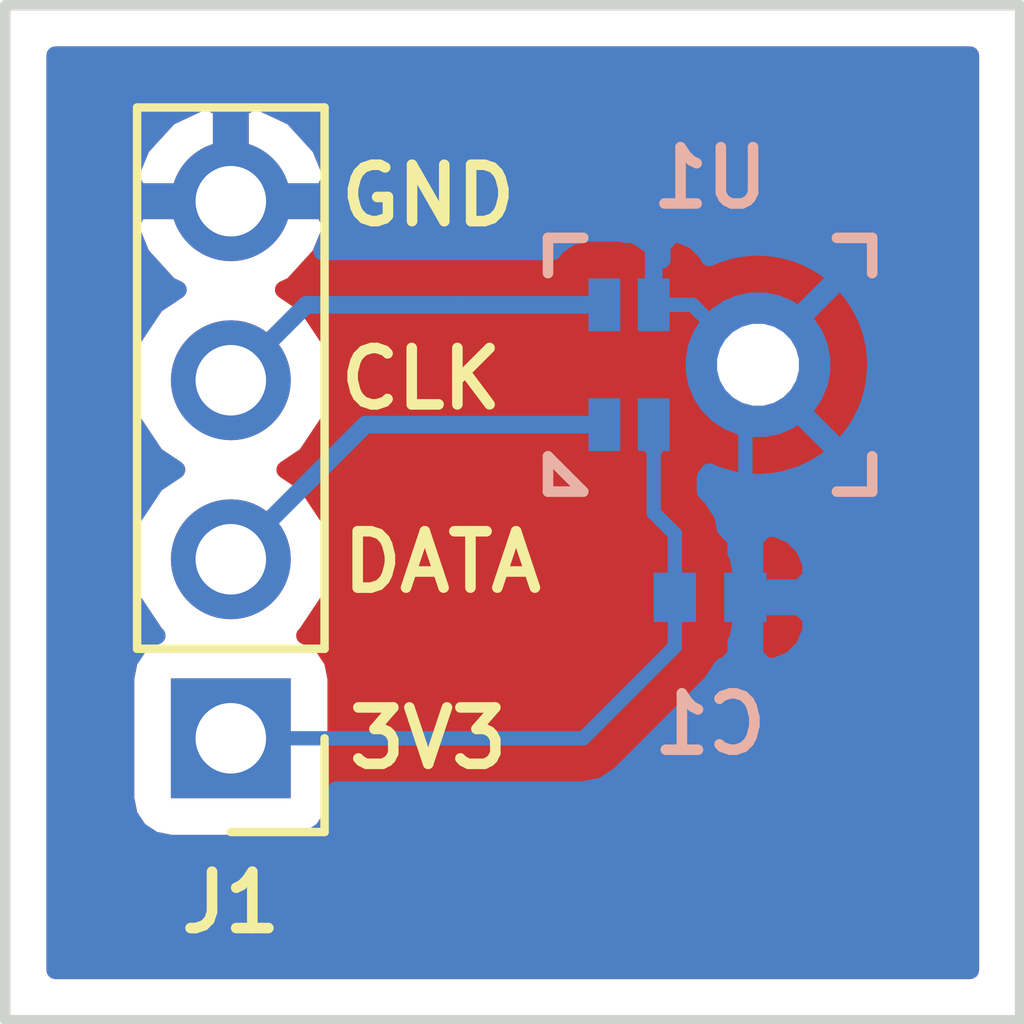
<source format=kicad_pcb>
(kicad_pcb (version 20171130) (host pcbnew "(2018-01-21 revision 6b9866de8)-makepkg")

  (general
    (thickness 1.6)
    (drawings 8)
    (tracks 20)
    (zones 0)
    (modules 3)
    (nets 5)
  )

  (page A4)
  (layers
    (0 F.Cu signal)
    (31 B.Cu signal)
    (32 B.Adhes user)
    (33 F.Adhes user)
    (34 B.Paste user)
    (35 F.Paste user)
    (36 B.SilkS user)
    (37 F.SilkS user)
    (38 B.Mask user)
    (39 F.Mask user)
    (40 Dwgs.User user)
    (41 Cmts.User user)
    (42 Eco1.User user)
    (43 Eco2.User user)
    (44 Edge.Cuts user)
    (45 Margin user)
    (46 B.CrtYd user)
    (47 F.CrtYd user)
    (48 B.Fab user)
    (49 F.Fab user)
  )

  (setup
    (last_trace_width 0.2032)
    (trace_clearance 0.1524)
    (zone_clearance 0.508)
    (zone_45_only no)
    (trace_min 0.2)
    (segment_width 0.2)
    (edge_width 0.15)
    (via_size 0.8)
    (via_drill 0.4)
    (via_min_size 0.4)
    (via_min_drill 0.3)
    (uvia_size 0.3)
    (uvia_drill 0.1)
    (uvias_allowed no)
    (uvia_min_size 0.2)
    (uvia_min_drill 0.1)
    (pcb_text_width 0.15)
    (pcb_text_size 0.8 0.8)
    (mod_edge_width 0.15)
    (mod_text_size 0.8 0.8)
    (mod_text_width 0.15)
    (pad_size 2.06 2.06)
    (pad_drill 0.8)
    (pad_to_mask_clearance 0.075)
    (pad_to_paste_clearance -0.025)
    (aux_axis_origin 0 0)
    (visible_elements 7FFDFFFF)
    (pcbplotparams
      (layerselection 0x010fc_ffffffff)
      (usegerberextensions true)
      (usegerberattributes false)
      (usegerberadvancedattributes false)
      (creategerberjobfile false)
      (excludeedgelayer true)
      (linewidth 0.100000)
      (plotframeref false)
      (viasonmask false)
      (mode 1)
      (useauxorigin false)
      (hpglpennumber 1)
      (hpglpenspeed 20)
      (hpglpendiameter 15)
      (psnegative false)
      (psa4output false)
      (plotreference true)
      (plotvalue false)
      (plotinvisibletext false)
      (padsonsilk false)
      (subtractmaskfromsilk false)
      (outputformat 1)
      (mirror false)
      (drillshape 0)
      (scaleselection 1)
      (outputdirectory gbr))
  )

  (net 0 "")
  (net 1 GND)
  (net 2 +3V3)
  (net 3 /DATA)
  (net 4 /CLK)

  (net_class Default "This is the default net class."
    (clearance 0.1524)
    (trace_width 0.2032)
    (via_dia 0.8)
    (via_drill 0.4)
    (uvia_dia 0.3)
    (uvia_drill 0.1)
    (add_net +3V3)
    (add_net /CLK)
    (add_net /DATA)
    (add_net GND)
  )

  (module custom_lib:IM69D130_Simic_uPhone (layer B.Cu) (tedit 5B232AE3) (tstamp 5B19DFF9)
    (at 153.3 96.4)
    (path /5B0DA978)
    (fp_text reference U1 (at 0 -2.65) (layer B.SilkS)
      (effects (font (size 0.8 0.8) (thickness 0.15)) (justify mirror))
    )
    (fp_text value Simic_Infineon (at 0 -7.3) (layer B.Fab)
      (effects (font (size 0.8 0.8) (thickness 0.15)) (justify mirror))
    )
    (fp_circle (center 0.68 0) (end -0.125 0) (layer B.Mask) (width 0.45))
    (fp_arc (start 0.68 0) (end -0.125 0) (angle -20) (layer B.Paste) (width 0.45))
    (fp_arc (start 0.68 0) (end 0.2775 -0.69715) (angle -20) (layer B.Paste) (width 0.45))
    (fp_arc (start 0.68 0) (end 1.0825 -0.69715) (angle -20) (layer B.Paste) (width 0.45))
    (fp_arc (start 0.68 0) (end 1.485 0) (angle -20) (layer B.Paste) (width 0.45))
    (fp_arc (start 0.68 0) (end 1.0825 0.69715) (angle -20) (layer B.Paste) (width 0.45))
    (fp_arc (start 0.68 0) (end 0.2775 0.69715) (angle -20) (layer B.Paste) (width 0.45))
    (fp_line (start -2 -1.5) (end -2 1.5) (layer B.Fab) (width 0.15))
    (fp_line (start 2 -1.5) (end -2 -1.5) (layer B.Fab) (width 0.15))
    (fp_line (start 2 1.5) (end 2 -1.5) (layer B.Fab) (width 0.15))
    (fp_line (start -2 1.5) (end 2 1.5) (layer B.Fab) (width 0.15))
    (fp_line (start -2.2 -1.7) (end -2.2 1.7) (layer B.CrtYd) (width 0.15))
    (fp_line (start 2.2 -1.7) (end -2.2 -1.7) (layer B.CrtYd) (width 0.15))
    (fp_line (start 2.2 1.7) (end 2.2 -1.7) (layer B.CrtYd) (width 0.15))
    (fp_line (start -2.2 1.7) (end 2.2 1.7) (layer B.CrtYd) (width 0.15))
    (fp_line (start -2.3 1.8) (end -1.8 1.8) (layer B.SilkS) (width 0.15))
    (fp_line (start -2.3 1.3) (end -2.3 1.8) (layer B.SilkS) (width 0.15))
    (fp_line (start 2.3 1.8) (end 1.8 1.8) (layer B.SilkS) (width 0.15))
    (fp_line (start 2.3 1.8) (end 2.3 1.3) (layer B.SilkS) (width 0.15))
    (fp_line (start 2.3 -1.8) (end 2.3 -1.3) (layer B.SilkS) (width 0.15))
    (fp_line (start 2.3 -1.8) (end 1.8 -1.8) (layer B.SilkS) (width 0.15))
    (fp_line (start -2.3 -1.8) (end -1.8 -1.8) (layer B.SilkS) (width 0.15))
    (fp_line (start -2.3 -1.8) (end -2.3 -1.3) (layer B.SilkS) (width 0.15))
    (fp_line (start -2.3 1.3) (end -1.8 1.8) (layer B.SilkS) (width 0.15))
    (pad "" np_thru_hole circle (at 0.68 0) (size 0.8 0.8) (drill 0.8) (layers *.Cu *.Mask)
      (solder_mask_margin 0.01) (clearance 0.04))
    (pad 5 smd custom (at -0.32 0) (size 0.01 0.01) (layers B.Cu B.Mask)
      (net 1 GND) (zone_connect 0)
      (options (clearance outline) (anchor circle))
      (primitives
        (gr_circle (center 1 0) (end 1.805 0) (width 0.45))
      ))
    (pad 1 smd rect (at -1.5 0.85) (size 0.45 0.75) (layers B.Cu B.Paste B.Mask)
      (net 3 /DATA))
    (pad 3 smd rect (at -1.5 -0.85) (size 0.45 0.75) (layers B.Cu B.Paste B.Mask)
      (net 4 /CLK))
    (pad 4 smd rect (at -0.8 -0.85) (size 0.45 0.75) (layers B.Cu B.Paste B.Mask)
      (net 1 GND))
    (pad 2 smd rect (at -0.8 0.85) (size 0.45 0.75) (layers B.Cu B.Paste B.Mask)
      (net 2 +3V3))
  )

  (module custom_lib:The_0402_FP (layer B.Cu) (tedit 5A981177) (tstamp 5B19DFC0)
    (at 153.3 99.7)
    (path /5B0DAADA)
    (attr smd)
    (fp_text reference C1 (at 0 1.8) (layer B.SilkS)
      (effects (font (size 0.8 0.8) (thickness 0.15)) (justify mirror))
    )
    (fp_text value 100n (at 0 -1.65) (layer B.Fab)
      (effects (font (size 0.8 0.8) (thickness 0.15)) (justify mirror))
    )
    (fp_line (start -0.5 -0.25) (end -0.5 0.25) (layer B.Fab) (width 0.1))
    (fp_line (start 0.5 -0.25) (end -0.5 -0.25) (layer B.Fab) (width 0.1))
    (fp_line (start 0.5 0.25) (end 0.5 -0.25) (layer B.Fab) (width 0.1))
    (fp_line (start -0.5 0.25) (end 0.5 0.25) (layer B.Fab) (width 0.1))
    (fp_line (start -0.95 -0.5) (end -0.95 0.5) (layer B.CrtYd) (width 0.05))
    (fp_line (start 0.95 -0.5) (end -0.95 -0.5) (layer B.CrtYd) (width 0.05))
    (fp_line (start 0.95 0.5) (end 0.95 -0.5) (layer B.CrtYd) (width 0.05))
    (fp_line (start -0.95 0.5) (end 0.95 0.5) (layer B.CrtYd) (width 0.05))
    (pad 2 smd rect (at 0.5 0) (size 0.6 0.7) (layers B.Cu B.Paste B.Mask)
      (net 1 GND))
    (pad 1 smd rect (at -0.5 0) (size 0.6 0.7) (layers B.Cu B.Paste B.Mask)
      (net 2 +3V3))
  )

  (module Connector_PinHeader_2.54mm:PinHeader_1x04_P2.54mm_Vertical (layer F.Cu) (tedit 59FED5CC) (tstamp 5B19DFD8)
    (at 146.5 101.7 180)
    (descr "Through hole straight pin header, 1x04, 2.54mm pitch, single row")
    (tags "Through hole pin header THT 1x04 2.54mm single row")
    (path /5B0DA9FC)
    (fp_text reference J1 (at 0 -2.33 180) (layer F.SilkS)
      (effects (font (size 0.8 0.8) (thickness 0.15)))
    )
    (fp_text value Conn_01x04 (at 0 9.95 180) (layer F.Fab)
      (effects (font (size 0.8 0.8) (thickness 0.15)))
    )
    (fp_line (start -0.635 -1.27) (end 1.27 -1.27) (layer F.Fab) (width 0.1))
    (fp_line (start 1.27 -1.27) (end 1.27 8.89) (layer F.Fab) (width 0.1))
    (fp_line (start 1.27 8.89) (end -1.27 8.89) (layer F.Fab) (width 0.1))
    (fp_line (start -1.27 8.89) (end -1.27 -0.635) (layer F.Fab) (width 0.1))
    (fp_line (start -1.27 -0.635) (end -0.635 -1.27) (layer F.Fab) (width 0.1))
    (fp_line (start -1.33 8.95) (end 1.33 8.95) (layer F.SilkS) (width 0.12))
    (fp_line (start -1.33 1.27) (end -1.33 8.95) (layer F.SilkS) (width 0.12))
    (fp_line (start 1.33 1.27) (end 1.33 8.95) (layer F.SilkS) (width 0.12))
    (fp_line (start -1.33 1.27) (end 1.33 1.27) (layer F.SilkS) (width 0.12))
    (fp_line (start -1.33 0) (end -1.33 -1.33) (layer F.SilkS) (width 0.12))
    (fp_line (start -1.33 -1.33) (end 0 -1.33) (layer F.SilkS) (width 0.12))
    (fp_line (start -1.8 -1.8) (end -1.8 9.4) (layer F.CrtYd) (width 0.05))
    (fp_line (start -1.8 9.4) (end 1.8 9.4) (layer F.CrtYd) (width 0.05))
    (fp_line (start 1.8 9.4) (end 1.8 -1.8) (layer F.CrtYd) (width 0.05))
    (fp_line (start 1.8 -1.8) (end -1.8 -1.8) (layer F.CrtYd) (width 0.05))
    (fp_text user %R (at 0 3.8 90) (layer F.Fab)
      (effects (font (size 0.8 0.8) (thickness 0.15)))
    )
    (pad 1 thru_hole rect (at 0 0 180) (size 1.7 1.7) (drill 1) (layers *.Cu *.Mask)
      (net 2 +3V3))
    (pad 2 thru_hole oval (at 0 2.54 180) (size 1.7 1.7) (drill 1) (layers *.Cu *.Mask)
      (net 3 /DATA))
    (pad 3 thru_hole oval (at 0 5.08 180) (size 1.7 1.7) (drill 1) (layers *.Cu *.Mask)
      (net 4 /CLK))
    (pad 4 thru_hole oval (at 0 7.62 180) (size 1.7 1.7) (drill 1) (layers *.Cu *.Mask)
      (net 1 GND))
    (model ${KISYS3DMOD}/Connector_PinHeader_2.54mm.3dshapes/PinHeader_1x04_P2.54mm_Vertical.wrl
      (at (xyz 0 0 0))
      (scale (xyz 1 1 1))
      (rotate (xyz 0 0 0))
    )
  )

  (gr_text 3V3 (at 149.3 101.7) (layer F.SilkS)
    (effects (font (size 0.8 0.8) (thickness 0.15)))
  )
  (gr_text DATA (at 149.5 99.2) (layer F.SilkS)
    (effects (font (size 0.8 0.8) (thickness 0.15)))
  )
  (gr_text CLK (at 149.2 96.6) (layer F.SilkS)
    (effects (font (size 0.8 0.8) (thickness 0.15)))
  )
  (gr_text GND (at 149.3 94) (layer F.SilkS)
    (effects (font (size 0.8 0.8) (thickness 0.15)))
  )
  (gr_line (start 143.3 105.7) (end 143.3 91.3) (layer Edge.Cuts) (width 0.15))
  (gr_line (start 157.7 105.7) (end 143.3 105.7) (layer Edge.Cuts) (width 0.15))
  (gr_line (start 157.7 91.3) (end 157.7 105.7) (layer Edge.Cuts) (width 0.15))
  (gr_line (start 143.3 91.3) (end 157.7 91.3) (layer Edge.Cuts) (width 0.15))

  (segment (start 154.5 97) (end 155.2 97.7) (width 0.3048) (layer B.Cu) (net 1))
  (segment (start 155.2 97.7) (end 155.4 97.7) (width 0.3048) (layer B.Cu) (net 1))
  (segment (start 154.6 95.7) (end 155.3 95) (width 0.3048) (layer B.Cu) (net 1))
  (segment (start 155.3 95) (end 155.5 95) (width 0.3048) (layer B.Cu) (net 1))
  (segment (start 153.8 99.7) (end 153.8 97.22) (width 0.2032) (layer B.Cu) (net 1))
  (segment (start 153.4 95.9) (end 153.05 95.55) (width 0.2032) (layer B.Cu) (net 1))
  (segment (start 153.05 95.55) (end 152.5 95.55) (width 0.2032) (layer B.Cu) (net 1))
  (segment (start 152.5 94.760002) (end 152.5 95.55) (width 0.25) (layer B.Cu) (net 1))
  (segment (start 152.5 97.6) (end 152.5 97.25) (width 0.25) (layer B.Cu) (net 2))
  (segment (start 152.8 100.4) (end 152.8 99.7) (width 0.2032) (layer B.Cu) (net 2))
  (segment (start 146.5 101.7) (end 151.5 101.7) (width 0.2032) (layer B.Cu) (net 2))
  (segment (start 151.5 101.7) (end 152.8 100.4) (width 0.2032) (layer B.Cu) (net 2))
  (segment (start 152.5 98.5) (end 152.5 97.25) (width 0.2032) (layer B.Cu) (net 2))
  (segment (start 152.8 99.7) (end 152.8 98.8) (width 0.2032) (layer B.Cu) (net 2))
  (segment (start 152.8 98.8) (end 152.5 98.5) (width 0.2032) (layer B.Cu) (net 2))
  (segment (start 148.41 97.25) (end 151.8 97.25) (width 0.25) (layer B.Cu) (net 3))
  (segment (start 146.5 99.16) (end 148.41 97.25) (width 0.25) (layer B.Cu) (net 3))
  (segment (start 149.75 95.55) (end 151.8 95.55) (width 0.25) (layer B.Cu) (net 4))
  (segment (start 146.5 96.62) (end 147.57 95.55) (width 0.25) (layer B.Cu) (net 4))
  (segment (start 147.57 95.55) (end 149.75 95.55) (width 0.25) (layer B.Cu) (net 4))

  (zone (net 1) (net_name GND) (layer F.Cu) (tstamp 5B0E8A96) (hatch edge 0.508)
    (connect_pads (clearance 0.508))
    (min_thickness 0.254)
    (fill yes (arc_segments 16) (thermal_gap 0.508) (thermal_bridge_width 0.508))
    (polygon
      (pts
        (xy 143.3 91.3) (xy 157.7 91.3) (xy 157.7 105.7) (xy 143.3 105.7)
      )
    )
    (filled_polygon
      (pts
        (xy 156.99 104.99) (xy 144.01 104.99) (xy 144.01 96.62) (xy 144.985908 96.62) (xy 145.101161 97.199418)
        (xy 145.429375 97.690625) (xy 145.727761 97.89) (xy 145.429375 98.089375) (xy 145.101161 98.580582) (xy 144.985908 99.16)
        (xy 145.101161 99.739418) (xy 145.429375 100.230625) (xy 145.447619 100.242816) (xy 145.402235 100.251843) (xy 145.192191 100.392191)
        (xy 145.051843 100.602235) (xy 145.00256 100.85) (xy 145.00256 102.55) (xy 145.051843 102.797765) (xy 145.192191 103.007809)
        (xy 145.402235 103.148157) (xy 145.65 103.19744) (xy 147.35 103.19744) (xy 147.597765 103.148157) (xy 147.807809 103.007809)
        (xy 147.948157 102.797765) (xy 147.99744 102.55) (xy 147.99744 100.85) (xy 147.948157 100.602235) (xy 147.807809 100.392191)
        (xy 147.597765 100.251843) (xy 147.552381 100.242816) (xy 147.570625 100.230625) (xy 147.898839 99.739418) (xy 148.014092 99.16)
        (xy 147.898839 98.580582) (xy 147.570625 98.089375) (xy 147.272239 97.89) (xy 147.570625 97.690625) (xy 147.898839 97.199418)
        (xy 148.014092 96.62) (xy 147.929381 96.194126) (xy 152.945 96.194126) (xy 152.945 96.605874) (xy 153.102569 96.98628)
        (xy 153.39372 97.277431) (xy 153.774126 97.435) (xy 154.185874 97.435) (xy 154.56628 97.277431) (xy 154.857431 96.98628)
        (xy 155.015 96.605874) (xy 155.015 96.194126) (xy 154.857431 95.81372) (xy 154.56628 95.522569) (xy 154.185874 95.365)
        (xy 153.774126 95.365) (xy 153.39372 95.522569) (xy 153.102569 95.81372) (xy 152.945 96.194126) (xy 147.929381 96.194126)
        (xy 147.898839 96.040582) (xy 147.570625 95.549375) (xy 147.251522 95.336157) (xy 147.381358 95.275183) (xy 147.771645 94.846924)
        (xy 147.941476 94.43689) (xy 147.820155 94.207) (xy 146.627 94.207) (xy 146.627 94.227) (xy 146.373 94.227)
        (xy 146.373 94.207) (xy 145.179845 94.207) (xy 145.058524 94.43689) (xy 145.228355 94.846924) (xy 145.618642 95.275183)
        (xy 145.748478 95.336157) (xy 145.429375 95.549375) (xy 145.101161 96.040582) (xy 144.985908 96.62) (xy 144.01 96.62)
        (xy 144.01 93.72311) (xy 145.058524 93.72311) (xy 145.179845 93.953) (xy 146.373 93.953) (xy 146.373 92.759181)
        (xy 146.627 92.759181) (xy 146.627 93.953) (xy 147.820155 93.953) (xy 147.941476 93.72311) (xy 147.771645 93.313076)
        (xy 147.381358 92.884817) (xy 146.856892 92.638514) (xy 146.627 92.759181) (xy 146.373 92.759181) (xy 146.143108 92.638514)
        (xy 145.618642 92.884817) (xy 145.228355 93.313076) (xy 145.058524 93.72311) (xy 144.01 93.72311) (xy 144.01 92.01)
        (xy 156.99 92.01)
      )
    )
  )
  (zone (net 1) (net_name GND) (layer B.Cu) (tstamp 5B0E8A93) (hatch edge 0.508)
    (connect_pads (clearance 0.508))
    (min_thickness 0.254)
    (fill yes (arc_segments 16) (thermal_gap 0.508) (thermal_bridge_width 0.508))
    (polygon
      (pts
        (xy 143.3 91.3) (xy 157.7 91.3) (xy 157.7 105.7) (xy 143.3 105.7)
      )
    )
    (filled_polygon
      (pts
        (xy 156.99 104.99) (xy 144.01 104.99) (xy 144.01 96.62) (xy 144.985908 96.62) (xy 145.101161 97.199418)
        (xy 145.429375 97.690625) (xy 145.727761 97.89) (xy 145.429375 98.089375) (xy 145.101161 98.580582) (xy 144.985908 99.16)
        (xy 145.101161 99.739418) (xy 145.429375 100.230625) (xy 145.447619 100.242816) (xy 145.402235 100.251843) (xy 145.192191 100.392191)
        (xy 145.051843 100.602235) (xy 145.00256 100.85) (xy 145.00256 102.55) (xy 145.051843 102.797765) (xy 145.192191 103.007809)
        (xy 145.402235 103.148157) (xy 145.65 103.19744) (xy 147.35 103.19744) (xy 147.597765 103.148157) (xy 147.807809 103.007809)
        (xy 147.948157 102.797765) (xy 147.99744 102.55) (xy 147.99744 102.4366) (xy 151.5 102.4366) (xy 151.781885 102.38053)
        (xy 152.020855 102.220855) (xy 153.320855 100.920855) (xy 153.470136 100.69744) (xy 153.478449 100.685) (xy 153.51425 100.685)
        (xy 153.673 100.52625) (xy 153.673 100.335415) (xy 153.698157 100.297765) (xy 153.74744 100.05) (xy 153.74744 99.827)
        (xy 153.927 99.827) (xy 153.927 100.52625) (xy 154.08575 100.685) (xy 154.226309 100.685) (xy 154.459698 100.588327)
        (xy 154.638327 100.409699) (xy 154.735 100.17631) (xy 154.735 99.98575) (xy 154.57625 99.827) (xy 153.927 99.827)
        (xy 153.74744 99.827) (xy 153.74744 99.35) (xy 153.698157 99.102235) (xy 153.673 99.064585) (xy 153.673 98.87375)
        (xy 153.927 98.87375) (xy 153.927 99.573) (xy 154.57625 99.573) (xy 154.735 99.41425) (xy 154.735 99.22369)
        (xy 154.638327 98.990301) (xy 154.459698 98.811673) (xy 154.226309 98.715) (xy 154.08575 98.715) (xy 153.927 98.87375)
        (xy 153.673 98.87375) (xy 153.521044 98.721794) (xy 153.48053 98.518115) (xy 153.320855 98.279145) (xy 153.2366 98.19489)
        (xy 153.2366 98.002306) (xy 153.28793 97.925486) (xy 153.294199 97.928763) (xy 153.411354 97.976097) (xy 153.604196 98.032854)
        (xy 153.728318 98.056531) (xy 153.928512 98.07475) (xy 154.054866 98.073868) (xy 154.254785 98.052856) (xy 154.378565 98.027448)
        (xy 154.570596 97.968004) (xy 154.687078 97.919039) (xy 154.863906 97.823429) (xy 154.968664 97.752769) (xy 155.123553 97.624633)
        (xy 155.212588 97.534974) (xy 155.339639 97.379194) (xy 155.409565 97.273946) (xy 155.503938 97.096455) (xy 155.552088 96.979635)
        (xy 155.61019 96.787194) (xy 155.634734 96.66324) (xy 155.65435 96.463179) (xy 155.657377 96.390951) (xy 155.656975 96.362192)
        (xy 155.651933 96.290097) (xy 155.626739 96.090661) (xy 155.598744 95.967441) (xy 155.535292 95.776697) (xy 155.483897 95.661261)
        (xy 155.384604 95.486475) (xy 155.311768 95.383225) (xy 155.180417 95.231053) (xy 155.088913 95.143914) (xy 154.930507 95.020153)
        (xy 154.823818 94.952446) (xy 154.644389 94.86181) (xy 154.526582 94.816116) (xy 154.332967 94.762058) (xy 154.208528 94.740116)
        (xy 154.008099 94.724694) (xy 153.881768 94.727341) (xy 153.682162 94.751143) (xy 153.558756 94.778275) (xy 153.367573 94.840393)
        (xy 153.288102 94.875113) (xy 153.263327 94.815301) (xy 153.084698 94.636673) (xy 152.851309 94.54) (xy 152.77125 94.54)
        (xy 152.6125 94.69875) (xy 152.6125 94.911286) (xy 152.482809 94.717191) (xy 152.272765 94.576843) (xy 152.263812 94.575062)
        (xy 152.22875 94.54) (xy 152.148691 94.54) (xy 152.128853 94.548217) (xy 152.025 94.52756) (xy 151.575 94.52756)
        (xy 151.327235 94.576843) (xy 151.117191 94.717191) (xy 151.068541 94.79) (xy 147.795222 94.79) (xy 147.941476 94.43689)
        (xy 147.820155 94.207) (xy 146.627 94.207) (xy 146.627 94.227) (xy 146.373 94.227) (xy 146.373 94.207)
        (xy 145.179845 94.207) (xy 145.058524 94.43689) (xy 145.228355 94.846924) (xy 145.618642 95.275183) (xy 145.748478 95.336157)
        (xy 145.429375 95.549375) (xy 145.101161 96.040582) (xy 144.985908 96.62) (xy 144.01 96.62) (xy 144.01 93.72311)
        (xy 145.058524 93.72311) (xy 145.179845 93.953) (xy 146.373 93.953) (xy 146.373 92.759181) (xy 146.627 92.759181)
        (xy 146.627 93.953) (xy 147.820155 93.953) (xy 147.941476 93.72311) (xy 147.771645 93.313076) (xy 147.381358 92.884817)
        (xy 146.856892 92.638514) (xy 146.627 92.759181) (xy 146.373 92.759181) (xy 146.143108 92.638514) (xy 145.618642 92.884817)
        (xy 145.228355 93.313076) (xy 145.058524 93.72311) (xy 144.01 93.72311) (xy 144.01 92.01) (xy 156.99 92.01)
      )
    )
  )
)

</source>
